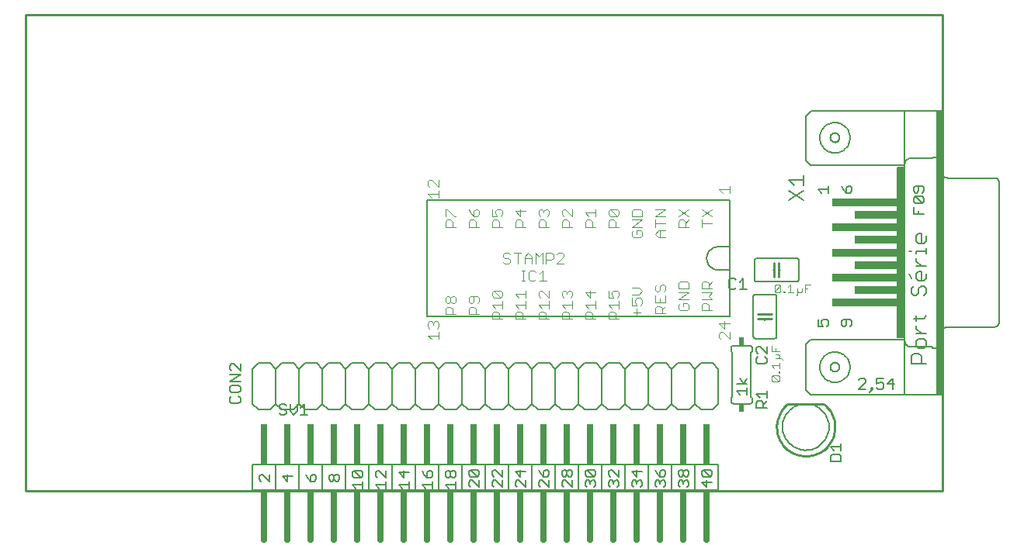
<source format=gbr>
G75*
G70*
%OFA0B0*%
%FSLAX24Y24*%
%IPPOS*%
%LPD*%
%AMOC8*
5,1,8,0,0,1.08239X$1,22.5*
%
%ADD10C,0.0100*%
%ADD11C,0.0000*%
%ADD12C,0.0050*%
%ADD13R,0.0240X0.0340*%
%ADD14R,0.0300X0.7300*%
%ADD15R,0.0200X1.2200*%
%ADD16R,0.2850X0.0320*%
%ADD17R,0.1850X0.0320*%
%ADD18C,0.0060*%
%ADD19C,0.0070*%
%ADD20C,0.0040*%
%ADD21R,0.0260X0.0300*%
%ADD22C,0.0260*%
%ADD23R,0.0260X0.0260*%
%ADD24R,0.0260X0.0320*%
%ADD25R,0.0260X0.0680*%
%ADD26R,0.0260X0.0460*%
D10*
X000151Y002338D02*
X039128Y002338D01*
X039521Y002338D01*
X039521Y022811D01*
X000151Y022811D01*
X000151Y002338D01*
X031601Y009738D02*
X031901Y009738D01*
X032201Y009738D01*
X032201Y009938D02*
X031901Y009938D01*
X031601Y009938D01*
X032301Y011538D02*
X032301Y011838D01*
X032301Y012138D01*
X032501Y012138D02*
X032501Y011838D01*
X032501Y011538D01*
X032901Y006088D02*
X034401Y006088D01*
X034471Y006031D01*
X034537Y005969D01*
X034599Y005903D01*
X034655Y005832D01*
X034707Y005758D01*
X034752Y005679D01*
X034792Y005598D01*
X034826Y005514D01*
X034854Y005428D01*
X034875Y005340D01*
X034890Y005251D01*
X034899Y005161D01*
X034901Y005070D01*
X034896Y004980D01*
X034885Y004890D01*
X034868Y004802D01*
X034844Y004714D01*
X034814Y004629D01*
X034777Y004546D01*
X034735Y004466D01*
X034687Y004389D01*
X034634Y004316D01*
X034576Y004247D01*
X034512Y004182D01*
X034445Y004122D01*
X034373Y004067D01*
X034297Y004018D01*
X034218Y003974D01*
X034136Y003936D01*
X034051Y003904D01*
X033964Y003878D01*
X033876Y003858D01*
X033786Y003845D01*
X033696Y003839D01*
X033606Y003839D01*
X033516Y003845D01*
X033426Y003858D01*
X033338Y003878D01*
X033251Y003904D01*
X033166Y003936D01*
X033084Y003974D01*
X033005Y004018D01*
X032929Y004067D01*
X032857Y004122D01*
X032790Y004182D01*
X032726Y004247D01*
X032668Y004316D01*
X032615Y004389D01*
X032567Y004466D01*
X032525Y004546D01*
X032488Y004629D01*
X032458Y004714D01*
X032434Y004802D01*
X032417Y004890D01*
X032406Y004980D01*
X032401Y005070D01*
X032403Y005161D01*
X032412Y005251D01*
X032427Y005340D01*
X032448Y005428D01*
X032476Y005514D01*
X032510Y005598D01*
X032550Y005679D01*
X032595Y005758D01*
X032647Y005832D01*
X032703Y005903D01*
X032765Y005969D01*
X032831Y006031D01*
X032901Y006088D01*
X039128Y002338D02*
X039151Y002338D01*
D11*
X034701Y007658D02*
X034703Y007686D01*
X034709Y007714D01*
X034719Y007741D01*
X034733Y007766D01*
X034750Y007789D01*
X034770Y007809D01*
X034793Y007826D01*
X034818Y007840D01*
X034845Y007850D01*
X034873Y007856D01*
X034901Y007858D01*
X034929Y007856D01*
X034957Y007850D01*
X034984Y007840D01*
X035009Y007826D01*
X035032Y007809D01*
X035052Y007789D01*
X035069Y007766D01*
X035083Y007741D01*
X035093Y007714D01*
X035099Y007686D01*
X035101Y007658D01*
X035099Y007630D01*
X035093Y007602D01*
X035083Y007575D01*
X035069Y007550D01*
X035052Y007527D01*
X035032Y007507D01*
X035009Y007490D01*
X034984Y007476D01*
X034957Y007466D01*
X034929Y007460D01*
X034901Y007458D01*
X034873Y007460D01*
X034845Y007466D01*
X034818Y007476D01*
X034793Y007490D01*
X034770Y007507D01*
X034750Y007527D01*
X034733Y007550D01*
X034719Y007575D01*
X034709Y007602D01*
X034703Y007630D01*
X034701Y007658D01*
X034701Y017518D02*
X034703Y017546D01*
X034709Y017574D01*
X034719Y017601D01*
X034733Y017626D01*
X034750Y017649D01*
X034770Y017669D01*
X034793Y017686D01*
X034818Y017700D01*
X034845Y017710D01*
X034873Y017716D01*
X034901Y017718D01*
X034929Y017716D01*
X034957Y017710D01*
X034984Y017700D01*
X035009Y017686D01*
X035032Y017669D01*
X035052Y017649D01*
X035069Y017626D01*
X035083Y017601D01*
X035093Y017574D01*
X035099Y017546D01*
X035101Y017518D01*
X035099Y017490D01*
X035093Y017462D01*
X035083Y017435D01*
X035069Y017410D01*
X035052Y017387D01*
X035032Y017367D01*
X035009Y017350D01*
X034984Y017336D01*
X034957Y017326D01*
X034929Y017320D01*
X034901Y017318D01*
X034873Y017320D01*
X034845Y017326D01*
X034818Y017336D01*
X034793Y017350D01*
X034770Y017367D01*
X034750Y017387D01*
X034733Y017410D01*
X034719Y017435D01*
X034709Y017462D01*
X034703Y017490D01*
X034701Y017518D01*
D12*
X034251Y017518D02*
X034254Y017577D01*
X034262Y017636D01*
X034275Y017693D01*
X034294Y017750D01*
X034317Y017804D01*
X034346Y017856D01*
X034379Y017905D01*
X034416Y017951D01*
X034457Y017993D01*
X034502Y018031D01*
X034551Y018066D01*
X034602Y018095D01*
X034656Y018120D01*
X034711Y018140D01*
X034769Y018154D01*
X034827Y018164D01*
X034886Y018168D01*
X034945Y018166D01*
X035004Y018160D01*
X035062Y018148D01*
X035119Y018130D01*
X035173Y018108D01*
X035226Y018081D01*
X035276Y018049D01*
X035323Y018013D01*
X035366Y017972D01*
X035405Y017928D01*
X035440Y017881D01*
X035471Y017830D01*
X035497Y017777D01*
X035518Y017722D01*
X035534Y017665D01*
X035545Y017607D01*
X035550Y017548D01*
X035550Y017488D01*
X035545Y017429D01*
X035534Y017371D01*
X035518Y017314D01*
X035497Y017259D01*
X035471Y017206D01*
X035440Y017155D01*
X035405Y017108D01*
X035366Y017064D01*
X035323Y017023D01*
X035276Y016987D01*
X035226Y016955D01*
X035173Y016928D01*
X035119Y016906D01*
X035062Y016888D01*
X035004Y016876D01*
X034945Y016870D01*
X034886Y016868D01*
X034827Y016872D01*
X034769Y016882D01*
X034711Y016896D01*
X034656Y016916D01*
X034602Y016941D01*
X034551Y016970D01*
X034502Y017005D01*
X034457Y017043D01*
X034416Y017085D01*
X034379Y017131D01*
X034346Y017180D01*
X034317Y017232D01*
X034294Y017286D01*
X034275Y017343D01*
X034262Y017400D01*
X034254Y017459D01*
X034251Y017518D01*
X033651Y018438D02*
X033651Y016538D01*
X033851Y016338D01*
X037901Y016338D01*
X037901Y016238D01*
X037901Y008938D01*
X037901Y008838D01*
X033851Y008838D01*
X033651Y008638D01*
X033651Y006688D01*
X033851Y006488D01*
X037851Y006488D01*
X037901Y006488D01*
X037901Y008488D01*
X037901Y008838D01*
X037901Y008938D02*
X037601Y008938D01*
X037601Y016238D01*
X037901Y016238D01*
X037901Y016338D02*
X037901Y016688D01*
X037901Y018688D01*
X037851Y018688D01*
X033901Y018688D01*
X033651Y018438D01*
X037901Y018688D02*
X039101Y018688D01*
X039301Y018688D01*
X039301Y017688D01*
X039301Y016688D01*
X039301Y008488D01*
X039101Y008488D01*
X039101Y008538D01*
X038151Y008538D01*
X038121Y008540D01*
X038091Y008545D01*
X038062Y008554D01*
X038035Y008567D01*
X038009Y008582D01*
X037985Y008601D01*
X037964Y008622D01*
X037945Y008646D01*
X037930Y008672D01*
X037917Y008699D01*
X037908Y008728D01*
X037903Y008758D01*
X037901Y008788D01*
X039301Y008488D02*
X039301Y007488D01*
X039301Y006488D01*
X039101Y006488D01*
X037901Y006488D01*
X037379Y006713D02*
X037379Y007164D01*
X037154Y006938D01*
X037454Y006938D01*
X036994Y006938D02*
X036994Y006788D01*
X036919Y006713D01*
X036768Y006713D01*
X036693Y006788D01*
X036693Y006938D02*
X036844Y007014D01*
X036919Y007014D01*
X036994Y006938D01*
X036994Y007164D02*
X036693Y007164D01*
X036693Y006938D01*
X036537Y006788D02*
X036462Y006788D01*
X036462Y006713D01*
X036537Y006713D01*
X036537Y006788D01*
X036537Y006713D02*
X036387Y006563D01*
X036226Y006713D02*
X035926Y006713D01*
X036226Y007014D01*
X036226Y007089D01*
X036151Y007164D01*
X036001Y007164D01*
X035926Y007089D01*
X034251Y007658D02*
X034254Y007717D01*
X034262Y007776D01*
X034275Y007833D01*
X034294Y007890D01*
X034317Y007944D01*
X034346Y007996D01*
X034379Y008045D01*
X034416Y008091D01*
X034457Y008133D01*
X034502Y008171D01*
X034551Y008206D01*
X034602Y008235D01*
X034656Y008260D01*
X034711Y008280D01*
X034769Y008294D01*
X034827Y008304D01*
X034886Y008308D01*
X034945Y008306D01*
X035004Y008300D01*
X035062Y008288D01*
X035119Y008270D01*
X035173Y008248D01*
X035226Y008221D01*
X035276Y008189D01*
X035323Y008153D01*
X035366Y008112D01*
X035405Y008068D01*
X035440Y008021D01*
X035471Y007970D01*
X035497Y007917D01*
X035518Y007862D01*
X035534Y007805D01*
X035545Y007747D01*
X035550Y007688D01*
X035550Y007628D01*
X035545Y007569D01*
X035534Y007511D01*
X035518Y007454D01*
X035497Y007399D01*
X035471Y007346D01*
X035440Y007295D01*
X035405Y007248D01*
X035366Y007204D01*
X035323Y007163D01*
X035276Y007127D01*
X035226Y007095D01*
X035173Y007068D01*
X035119Y007046D01*
X035062Y007028D01*
X035004Y007016D01*
X034945Y007010D01*
X034886Y007008D01*
X034827Y007012D01*
X034769Y007022D01*
X034711Y007036D01*
X034656Y007056D01*
X034602Y007081D01*
X034551Y007110D01*
X034502Y007145D01*
X034457Y007183D01*
X034416Y007225D01*
X034379Y007271D01*
X034346Y007320D01*
X034317Y007372D01*
X034294Y007426D01*
X034275Y007483D01*
X034262Y007540D01*
X034254Y007599D01*
X034251Y007658D01*
X032301Y008888D02*
X031501Y008888D01*
X031481Y008890D01*
X031463Y008896D01*
X031445Y008905D01*
X031430Y008917D01*
X031418Y008932D01*
X031409Y008950D01*
X031403Y008968D01*
X031401Y008988D01*
X031401Y010688D01*
X031403Y010708D01*
X031409Y010726D01*
X031418Y010744D01*
X031430Y010759D01*
X031445Y010771D01*
X031463Y010780D01*
X031481Y010786D01*
X031501Y010788D01*
X032301Y010788D01*
X032321Y010786D01*
X032339Y010780D01*
X032357Y010771D01*
X032372Y010759D01*
X032384Y010744D01*
X032393Y010726D01*
X032399Y010708D01*
X032401Y010688D01*
X032401Y008988D01*
X032399Y008968D01*
X032393Y008950D01*
X032384Y008932D01*
X032372Y008917D01*
X032357Y008905D01*
X032339Y008896D01*
X032321Y008890D01*
X032301Y008888D01*
X031976Y008553D02*
X031976Y008253D01*
X031676Y008553D01*
X031601Y008553D01*
X031526Y008478D01*
X031526Y008328D01*
X031601Y008253D01*
X031601Y008093D02*
X031526Y008018D01*
X031526Y007868D01*
X031601Y007793D01*
X031901Y007793D01*
X031976Y007868D01*
X031976Y008018D01*
X031901Y008093D01*
X031351Y008338D02*
X031351Y008488D01*
X031349Y008508D01*
X031343Y008526D01*
X031334Y008544D01*
X031322Y008559D01*
X031307Y008571D01*
X031289Y008580D01*
X031271Y008586D01*
X031251Y008588D01*
X030551Y008588D01*
X030531Y008586D01*
X030513Y008580D01*
X030495Y008571D01*
X030480Y008559D01*
X030468Y008544D01*
X030459Y008526D01*
X030453Y008508D01*
X030451Y008488D01*
X030451Y008338D01*
X030501Y008288D01*
X030501Y006388D01*
X030451Y006338D01*
X030451Y006188D01*
X030453Y006168D01*
X030459Y006150D01*
X030468Y006132D01*
X030480Y006117D01*
X030495Y006105D01*
X030513Y006096D01*
X030531Y006090D01*
X030551Y006088D01*
X031251Y006088D01*
X031271Y006090D01*
X031289Y006096D01*
X031307Y006105D01*
X031322Y006117D01*
X031334Y006132D01*
X031343Y006150D01*
X031349Y006168D01*
X031351Y006188D01*
X031351Y006338D01*
X031301Y006388D01*
X031301Y008288D01*
X031351Y008338D01*
X029901Y007588D02*
X029901Y006088D01*
X029651Y005838D01*
X029151Y005838D01*
X028901Y006088D01*
X028901Y007588D01*
X029151Y007838D01*
X029651Y007838D01*
X029901Y007588D01*
X030826Y007159D02*
X030976Y006934D01*
X031126Y007159D01*
X031126Y006934D02*
X030676Y006934D01*
X031126Y006774D02*
X031126Y006473D01*
X031126Y006623D02*
X030676Y006623D01*
X030826Y006473D01*
X031526Y006503D02*
X031976Y006503D01*
X031976Y006353D02*
X031976Y006653D01*
X031676Y006353D02*
X031526Y006503D01*
X031601Y006193D02*
X031526Y006118D01*
X031526Y005893D01*
X031976Y005893D01*
X031826Y005893D02*
X031826Y006118D01*
X031751Y006193D01*
X031601Y006193D01*
X031826Y006043D02*
X031976Y006193D01*
X032651Y005088D02*
X032655Y005179D01*
X032668Y005269D01*
X032688Y005358D01*
X032717Y005444D01*
X032753Y005528D01*
X032797Y005608D01*
X032847Y005683D01*
X032905Y005754D01*
X032968Y005819D01*
X033038Y005878D01*
X033112Y005930D01*
X033191Y005976D01*
X033274Y006014D01*
X033359Y006045D01*
X033448Y006067D01*
X033537Y006082D01*
X033628Y006088D01*
X033719Y006086D01*
X033810Y006075D01*
X033899Y006057D01*
X033986Y006030D01*
X034070Y005996D01*
X034151Y005954D01*
X034228Y005905D01*
X034300Y005849D01*
X034366Y005787D01*
X034427Y005719D01*
X034481Y005646D01*
X034528Y005568D01*
X034568Y005486D01*
X034601Y005401D01*
X034625Y005314D01*
X034642Y005224D01*
X034650Y005134D01*
X034650Y005042D01*
X034642Y004952D01*
X034625Y004862D01*
X034601Y004775D01*
X034568Y004690D01*
X034528Y004608D01*
X034481Y004530D01*
X034427Y004457D01*
X034366Y004389D01*
X034300Y004327D01*
X034228Y004271D01*
X034151Y004222D01*
X034070Y004180D01*
X033986Y004146D01*
X033899Y004119D01*
X033810Y004101D01*
X033719Y004090D01*
X033628Y004088D01*
X033537Y004094D01*
X033448Y004109D01*
X033359Y004131D01*
X033274Y004162D01*
X033191Y004200D01*
X033112Y004246D01*
X033038Y004298D01*
X032968Y004357D01*
X032905Y004422D01*
X032847Y004493D01*
X032797Y004568D01*
X032753Y004648D01*
X032717Y004732D01*
X032688Y004818D01*
X032668Y004907D01*
X032655Y004997D01*
X032651Y005088D01*
X034716Y004224D02*
X034866Y004074D01*
X034791Y003914D02*
X034716Y003838D01*
X034716Y003613D01*
X035166Y003613D01*
X035166Y003838D01*
X035091Y003914D01*
X034791Y003914D01*
X034716Y004224D02*
X035166Y004224D01*
X035166Y004074D02*
X035166Y004374D01*
X039301Y006488D02*
X039501Y006488D01*
X039501Y009538D01*
X039501Y015638D01*
X039501Y018688D01*
X039301Y018688D01*
X039301Y016688D02*
X039101Y016688D01*
X039101Y016638D01*
X038151Y016638D01*
X038121Y016636D01*
X038091Y016631D01*
X038062Y016622D01*
X038035Y016609D01*
X038009Y016594D01*
X037985Y016575D01*
X037964Y016554D01*
X037945Y016530D01*
X037930Y016504D01*
X037917Y016477D01*
X037908Y016448D01*
X037903Y016418D01*
X037901Y016388D01*
X038351Y015453D02*
X038276Y015378D01*
X038276Y015228D01*
X038351Y015153D01*
X038426Y015153D01*
X038501Y015228D01*
X038501Y015453D01*
X038651Y015453D02*
X038351Y015453D01*
X038651Y015453D02*
X038726Y015378D01*
X038726Y015228D01*
X038651Y015153D01*
X038651Y014993D02*
X038726Y014918D01*
X038726Y014768D01*
X038651Y014692D01*
X038351Y014993D01*
X038651Y014993D01*
X038351Y014993D02*
X038276Y014918D01*
X038276Y014768D01*
X038351Y014692D01*
X038651Y014692D01*
X038501Y014382D02*
X038501Y014232D01*
X038276Y014232D02*
X038276Y014532D01*
X038276Y014232D02*
X038726Y014232D01*
X039751Y015788D02*
X041751Y015788D01*
X041777Y015786D01*
X041803Y015781D01*
X041828Y015773D01*
X041851Y015761D01*
X041873Y015747D01*
X041892Y015729D01*
X041910Y015710D01*
X041924Y015688D01*
X041936Y015665D01*
X041944Y015640D01*
X041949Y015614D01*
X041951Y015588D01*
X041951Y015488D01*
X041951Y009688D01*
X041951Y009588D01*
X041949Y009562D01*
X041944Y009536D01*
X041936Y009511D01*
X041924Y009488D01*
X041910Y009466D01*
X041892Y009447D01*
X041873Y009429D01*
X041851Y009415D01*
X041828Y009403D01*
X041803Y009395D01*
X041777Y009390D01*
X041751Y009388D01*
X039751Y009388D01*
X039721Y009386D01*
X039691Y009381D01*
X039662Y009372D01*
X039635Y009359D01*
X039609Y009344D01*
X039585Y009325D01*
X039564Y009304D01*
X039545Y009280D01*
X039530Y009254D01*
X039517Y009227D01*
X039508Y009198D01*
X039503Y009168D01*
X039501Y009138D01*
X035626Y009478D02*
X035551Y009403D01*
X035626Y009478D02*
X035626Y009628D01*
X035551Y009703D01*
X035251Y009703D01*
X035176Y009628D01*
X035176Y009478D01*
X035251Y009403D01*
X035326Y009403D01*
X035401Y009478D01*
X035401Y009703D01*
X034626Y009628D02*
X034626Y009478D01*
X034551Y009403D01*
X034401Y009403D02*
X034326Y009553D01*
X034326Y009628D01*
X034401Y009703D01*
X034551Y009703D01*
X034626Y009628D01*
X034401Y009403D02*
X034176Y009403D01*
X034176Y009703D01*
X031901Y009688D02*
X031901Y009738D01*
X031901Y009938D02*
X031901Y009988D01*
X030401Y009838D02*
X030401Y011838D01*
X029901Y011838D01*
X030401Y011838D02*
X030401Y012838D01*
X029901Y012838D01*
X030401Y012838D02*
X030401Y014838D01*
X017401Y014838D01*
X017401Y009838D01*
X030401Y009838D01*
X030430Y011013D02*
X030581Y011013D01*
X030656Y011088D01*
X030816Y011013D02*
X031116Y011013D01*
X030966Y011013D02*
X030966Y011464D01*
X030816Y011314D01*
X030656Y011389D02*
X030581Y011464D01*
X030430Y011464D01*
X030355Y011389D01*
X030355Y011088D01*
X030430Y011013D01*
X031451Y011438D02*
X031451Y012238D01*
X031453Y012258D01*
X031459Y012276D01*
X031468Y012294D01*
X031480Y012309D01*
X031495Y012321D01*
X031513Y012330D01*
X031531Y012336D01*
X031551Y012338D01*
X033251Y012338D01*
X033271Y012336D01*
X033289Y012330D01*
X033307Y012321D01*
X033322Y012309D01*
X033334Y012294D01*
X033343Y012276D01*
X033349Y012258D01*
X033351Y012238D01*
X033351Y011438D01*
X033349Y011418D01*
X033343Y011400D01*
X033334Y011382D01*
X033322Y011367D01*
X033307Y011355D01*
X033289Y011346D01*
X033271Y011340D01*
X033251Y011338D01*
X031551Y011338D01*
X031531Y011340D01*
X031513Y011346D01*
X031495Y011355D01*
X031480Y011367D01*
X031468Y011382D01*
X031459Y011400D01*
X031453Y011418D01*
X031451Y011438D01*
X032251Y011838D02*
X032301Y011838D01*
X032501Y011838D02*
X032551Y011838D01*
X029901Y011838D02*
X029857Y011840D01*
X029814Y011846D01*
X029772Y011855D01*
X029730Y011868D01*
X029690Y011885D01*
X029651Y011905D01*
X029614Y011928D01*
X029580Y011955D01*
X029547Y011984D01*
X029518Y012017D01*
X029491Y012051D01*
X029468Y012088D01*
X029448Y012127D01*
X029431Y012167D01*
X029418Y012209D01*
X029409Y012251D01*
X029403Y012294D01*
X029401Y012338D01*
X029403Y012382D01*
X029409Y012425D01*
X029418Y012467D01*
X029431Y012509D01*
X029448Y012549D01*
X029468Y012588D01*
X029491Y012625D01*
X029518Y012659D01*
X029547Y012692D01*
X029580Y012721D01*
X029614Y012748D01*
X029651Y012771D01*
X029690Y012791D01*
X029730Y012808D01*
X029772Y012821D01*
X029814Y012830D01*
X029857Y012836D01*
X029901Y012838D01*
X034176Y015303D02*
X034326Y015153D01*
X034176Y015303D02*
X034626Y015303D01*
X034626Y015153D02*
X034626Y015453D01*
X035176Y015453D02*
X035251Y015303D01*
X035401Y015153D01*
X035401Y015378D01*
X035476Y015453D01*
X035551Y015453D01*
X035626Y015378D01*
X035626Y015228D01*
X035551Y015153D01*
X035401Y015153D01*
X039501Y016038D02*
X039503Y016008D01*
X039508Y015978D01*
X039517Y015949D01*
X039530Y015922D01*
X039545Y015896D01*
X039564Y015872D01*
X039585Y015851D01*
X039609Y015832D01*
X039635Y015817D01*
X039662Y015804D01*
X039691Y015795D01*
X039721Y015790D01*
X039751Y015788D01*
X028901Y007588D02*
X028651Y007838D01*
X028151Y007838D01*
X027901Y007588D01*
X027901Y006088D01*
X027651Y005838D01*
X027151Y005838D01*
X026901Y006088D01*
X026901Y007588D01*
X027151Y007838D01*
X027651Y007838D01*
X027901Y007588D01*
X026901Y007588D02*
X026651Y007838D01*
X026151Y007838D01*
X025901Y007588D01*
X025901Y006088D01*
X025651Y005838D01*
X025151Y005838D01*
X024901Y006088D01*
X024901Y007588D01*
X025151Y007838D01*
X025651Y007838D01*
X025901Y007588D01*
X024901Y007588D02*
X024651Y007838D01*
X024151Y007838D01*
X023901Y007588D01*
X023901Y006088D01*
X023651Y005838D01*
X023151Y005838D01*
X022901Y006088D01*
X022901Y007588D01*
X023151Y007838D01*
X023651Y007838D01*
X023901Y007588D01*
X022901Y007588D02*
X022651Y007838D01*
X022151Y007838D01*
X021901Y007588D01*
X021901Y006088D01*
X021651Y005838D01*
X021151Y005838D01*
X020901Y006088D01*
X020901Y007588D01*
X021151Y007838D01*
X021651Y007838D01*
X021901Y007588D01*
X020901Y007588D02*
X020651Y007838D01*
X020151Y007838D01*
X019901Y007588D01*
X019901Y006088D01*
X019651Y005838D01*
X019151Y005838D01*
X018901Y006088D01*
X018901Y007588D01*
X019151Y007838D01*
X019651Y007838D01*
X019901Y007588D01*
X018901Y007588D02*
X018651Y007838D01*
X018151Y007838D01*
X017901Y007588D01*
X017901Y006088D01*
X017651Y005838D01*
X017151Y005838D01*
X016901Y006088D01*
X016901Y007588D01*
X017151Y007838D01*
X017651Y007838D01*
X017901Y007588D01*
X016901Y007588D02*
X016651Y007838D01*
X016151Y007838D01*
X015901Y007588D01*
X015901Y006088D01*
X016151Y005838D01*
X016651Y005838D01*
X016901Y006088D01*
X017901Y006088D02*
X018151Y005838D01*
X018651Y005838D01*
X018901Y006088D01*
X019901Y006088D02*
X020151Y005838D01*
X020651Y005838D01*
X020901Y006088D01*
X021901Y006088D02*
X022151Y005838D01*
X022651Y005838D01*
X022901Y006088D01*
X023901Y006088D02*
X024151Y005838D01*
X024651Y005838D01*
X024901Y006088D01*
X025901Y006088D02*
X026151Y005838D01*
X026651Y005838D01*
X026901Y006088D01*
X027901Y006088D02*
X028151Y005838D01*
X028651Y005838D01*
X028901Y006088D01*
X028901Y003488D02*
X027901Y003488D01*
X026901Y003488D01*
X025901Y003488D01*
X024901Y003488D01*
X024901Y002388D01*
X023901Y002388D01*
X022901Y002388D01*
X021901Y002388D01*
X020901Y002388D01*
X019901Y002388D01*
X018901Y002388D01*
X017901Y002388D01*
X016901Y002388D01*
X015901Y002388D01*
X014901Y002388D01*
X013901Y002388D01*
X012901Y002388D01*
X011901Y002388D01*
X010901Y002388D01*
X009901Y002388D01*
X009901Y003488D01*
X010901Y003488D01*
X011901Y003488D01*
X011901Y002388D01*
X011401Y002753D02*
X011401Y003053D01*
X011176Y002978D02*
X011401Y002753D01*
X011626Y002978D02*
X011176Y002978D01*
X010626Y003053D02*
X010626Y002753D01*
X010326Y003053D01*
X010251Y003053D01*
X010176Y002978D01*
X010176Y002828D01*
X010251Y002753D01*
X010901Y002388D02*
X010901Y003488D01*
X011901Y003488D02*
X012901Y003488D01*
X012901Y002388D01*
X012551Y002753D02*
X012626Y002828D01*
X012626Y002978D01*
X012551Y003053D01*
X012476Y003053D01*
X012401Y002978D01*
X012401Y002753D01*
X012551Y002753D01*
X012401Y002753D02*
X012251Y002903D01*
X012176Y003053D01*
X012901Y003488D02*
X013901Y003488D01*
X013901Y002388D01*
X014176Y002593D02*
X014626Y002593D01*
X014626Y002443D02*
X014626Y002743D01*
X014551Y002903D02*
X014251Y002903D01*
X014176Y002978D01*
X014176Y003128D01*
X014251Y003203D01*
X014551Y002903D01*
X014626Y002978D01*
X014626Y003128D01*
X014551Y003203D01*
X014251Y003203D01*
X013626Y002978D02*
X013626Y002828D01*
X013551Y002753D01*
X013476Y002753D01*
X013401Y002828D01*
X013401Y002978D01*
X013476Y003053D01*
X013551Y003053D01*
X013626Y002978D01*
X013401Y002978D02*
X013326Y003053D01*
X013251Y003053D01*
X013176Y002978D01*
X013176Y002828D01*
X013251Y002753D01*
X013326Y002753D01*
X013401Y002828D01*
X014176Y002593D02*
X014326Y002443D01*
X014901Y002388D02*
X014901Y003488D01*
X013901Y003488D01*
X014901Y003488D02*
X015901Y003488D01*
X016901Y003488D01*
X016901Y002388D01*
X016626Y002443D02*
X016626Y002743D01*
X016626Y002593D02*
X016176Y002593D01*
X016326Y002443D01*
X015901Y002388D02*
X015901Y003488D01*
X015626Y003203D02*
X015626Y002903D01*
X015326Y003203D01*
X015251Y003203D01*
X015176Y003128D01*
X015176Y002978D01*
X015251Y002903D01*
X015176Y002593D02*
X015626Y002593D01*
X015626Y002443D02*
X015626Y002743D01*
X015326Y002443D02*
X015176Y002593D01*
X016176Y003128D02*
X016401Y002903D01*
X016401Y003203D01*
X016626Y003128D02*
X016176Y003128D01*
X016901Y003488D02*
X017901Y003488D01*
X017901Y002388D01*
X017626Y002443D02*
X017626Y002743D01*
X017626Y002593D02*
X017176Y002593D01*
X017326Y002443D01*
X017401Y002903D02*
X017401Y003128D01*
X017476Y003203D01*
X017551Y003203D01*
X017626Y003128D01*
X017626Y002978D01*
X017551Y002903D01*
X017401Y002903D01*
X017251Y003053D01*
X017176Y003203D01*
X017901Y003488D02*
X018901Y003488D01*
X018901Y002388D01*
X018626Y002443D02*
X018626Y002743D01*
X018626Y002593D02*
X018176Y002593D01*
X018326Y002443D01*
X018326Y002903D02*
X018251Y002903D01*
X018176Y002978D01*
X018176Y003128D01*
X018251Y003203D01*
X018326Y003203D01*
X018401Y003128D01*
X018401Y002978D01*
X018326Y002903D01*
X018401Y002978D02*
X018476Y002903D01*
X018551Y002903D01*
X018626Y002978D01*
X018626Y003128D01*
X018551Y003203D01*
X018476Y003203D01*
X018401Y003128D01*
X018901Y003488D02*
X019901Y003488D01*
X019901Y002388D01*
X019626Y002493D02*
X019326Y002793D01*
X019251Y002793D01*
X019176Y002718D01*
X019176Y002568D01*
X019251Y002493D01*
X019626Y002493D02*
X019626Y002793D01*
X019551Y002953D02*
X019251Y003253D01*
X019551Y003253D01*
X019626Y003178D01*
X019626Y003028D01*
X019551Y002953D01*
X019251Y002953D01*
X019176Y003028D01*
X019176Y003178D01*
X019251Y003253D01*
X019901Y003488D02*
X020901Y003488D01*
X021901Y003488D01*
X021901Y002388D01*
X021626Y002493D02*
X021326Y002793D01*
X021251Y002793D01*
X021176Y002718D01*
X021176Y002568D01*
X021251Y002493D01*
X020901Y002388D02*
X020901Y003488D01*
X020626Y003253D02*
X020626Y002953D01*
X020326Y003253D01*
X020251Y003253D01*
X020176Y003178D01*
X020176Y003028D01*
X020251Y002953D01*
X020251Y002793D02*
X020176Y002718D01*
X020176Y002568D01*
X020251Y002493D01*
X020326Y002793D02*
X020626Y002493D01*
X020626Y002793D01*
X020326Y002793D02*
X020251Y002793D01*
X021176Y003178D02*
X021401Y002953D01*
X021401Y003253D01*
X021626Y003178D02*
X021176Y003178D01*
X021626Y002793D02*
X021626Y002493D01*
X022176Y002568D02*
X022251Y002493D01*
X022176Y002568D02*
X022176Y002718D01*
X022251Y002793D01*
X022326Y002793D01*
X022626Y002493D01*
X022626Y002793D01*
X022551Y002953D02*
X022626Y003028D01*
X022626Y003178D01*
X022551Y003253D01*
X022476Y003253D01*
X022401Y003178D01*
X022401Y002953D01*
X022551Y002953D01*
X022401Y002953D02*
X022251Y003103D01*
X022176Y003253D01*
X021901Y003488D02*
X022901Y003488D01*
X022901Y002388D01*
X023176Y002568D02*
X023251Y002493D01*
X023176Y002568D02*
X023176Y002718D01*
X023251Y002793D01*
X023326Y002793D01*
X023626Y002493D01*
X023626Y002793D01*
X023551Y002953D02*
X023626Y003028D01*
X023626Y003178D01*
X023551Y003253D01*
X023476Y003253D01*
X023401Y003178D01*
X023401Y003028D01*
X023326Y002953D01*
X023251Y002953D01*
X023176Y003028D01*
X023176Y003178D01*
X023251Y003253D01*
X023326Y003253D01*
X023401Y003178D01*
X023401Y003028D02*
X023476Y002953D01*
X023551Y002953D01*
X024176Y003028D02*
X024251Y002953D01*
X024551Y002953D01*
X024251Y003253D01*
X024551Y003253D01*
X024626Y003178D01*
X024626Y003028D01*
X024551Y002953D01*
X024551Y002793D02*
X024626Y002718D01*
X024626Y002568D01*
X024551Y002493D01*
X024401Y002643D02*
X024401Y002718D01*
X024476Y002793D01*
X024551Y002793D01*
X024401Y002718D02*
X024326Y002793D01*
X024251Y002793D01*
X024176Y002718D01*
X024176Y002568D01*
X024251Y002493D01*
X023901Y002388D02*
X023901Y003488D01*
X022901Y003488D01*
X023901Y003488D02*
X024901Y003488D01*
X025176Y003178D02*
X025251Y003253D01*
X025326Y003253D01*
X025626Y002953D01*
X025626Y003253D01*
X025901Y003488D02*
X025901Y002388D01*
X026901Y002388D01*
X026901Y003488D01*
X027176Y003253D02*
X027251Y003103D01*
X027401Y002953D01*
X027401Y003178D01*
X027476Y003253D01*
X027551Y003253D01*
X027626Y003178D01*
X027626Y003028D01*
X027551Y002953D01*
X027401Y002953D01*
X027476Y002793D02*
X027551Y002793D01*
X027626Y002718D01*
X027626Y002568D01*
X027551Y002493D01*
X027401Y002643D02*
X027401Y002718D01*
X027476Y002793D01*
X027401Y002718D02*
X027326Y002793D01*
X027251Y002793D01*
X027176Y002718D01*
X027176Y002568D01*
X027251Y002493D01*
X026901Y002388D02*
X027901Y002388D01*
X028901Y002388D01*
X029901Y002388D01*
X029901Y003488D01*
X028901Y003488D01*
X028901Y002388D01*
X028626Y002568D02*
X028551Y002493D01*
X028626Y002568D02*
X028626Y002718D01*
X028551Y002793D01*
X028476Y002793D01*
X028401Y002718D01*
X028401Y002643D01*
X028401Y002718D02*
X028326Y002793D01*
X028251Y002793D01*
X028176Y002718D01*
X028176Y002568D01*
X028251Y002493D01*
X027901Y002388D02*
X027901Y003488D01*
X028176Y003178D02*
X028251Y003253D01*
X028326Y003253D01*
X028401Y003178D01*
X028401Y003028D01*
X028326Y002953D01*
X028251Y002953D01*
X028176Y003028D01*
X028176Y003178D01*
X028401Y003178D02*
X028476Y003253D01*
X028551Y003253D01*
X028626Y003178D01*
X028626Y003028D01*
X028551Y002953D01*
X028476Y002953D01*
X028401Y003028D01*
X029176Y003028D02*
X029251Y002953D01*
X029551Y002953D01*
X029251Y003253D01*
X029551Y003253D01*
X029626Y003178D01*
X029626Y003028D01*
X029551Y002953D01*
X029401Y002793D02*
X029401Y002493D01*
X029176Y002718D01*
X029626Y002718D01*
X029176Y003028D02*
X029176Y003178D01*
X029251Y003253D01*
X026626Y003178D02*
X026176Y003178D01*
X026401Y002953D01*
X026401Y003253D01*
X026476Y002793D02*
X026551Y002793D01*
X026626Y002718D01*
X026626Y002568D01*
X026551Y002493D01*
X026401Y002643D02*
X026401Y002718D01*
X026476Y002793D01*
X026401Y002718D02*
X026326Y002793D01*
X026251Y002793D01*
X026176Y002718D01*
X026176Y002568D01*
X026251Y002493D01*
X025901Y002388D02*
X024901Y002388D01*
X025176Y002568D02*
X025176Y002718D01*
X025251Y002793D01*
X025326Y002793D01*
X025401Y002718D01*
X025476Y002793D01*
X025551Y002793D01*
X025626Y002718D01*
X025626Y002568D01*
X025551Y002493D01*
X025401Y002643D02*
X025401Y002718D01*
X025251Y002493D02*
X025176Y002568D01*
X025251Y002953D02*
X025176Y003028D01*
X025176Y003178D01*
X024251Y003253D02*
X024176Y003178D01*
X024176Y003028D01*
X015901Y006088D02*
X015651Y005838D01*
X015151Y005838D01*
X014901Y006088D01*
X014901Y007588D01*
X015151Y007838D01*
X015651Y007838D01*
X015901Y007588D01*
X014901Y007588D02*
X014651Y007838D01*
X014151Y007838D01*
X013901Y007588D01*
X013901Y006088D01*
X014151Y005838D01*
X014651Y005838D01*
X014901Y006088D01*
X013901Y006088D02*
X013651Y005838D01*
X013151Y005838D01*
X012901Y006088D01*
X012901Y007588D01*
X013151Y007838D01*
X013651Y007838D01*
X013901Y007588D01*
X012901Y007588D02*
X012651Y007838D01*
X012151Y007838D01*
X011901Y007588D01*
X011901Y006088D01*
X012151Y005838D01*
X012651Y005838D01*
X012901Y006088D01*
X012116Y006064D02*
X012116Y005613D01*
X011966Y005613D02*
X012266Y005613D01*
X011966Y005914D02*
X012116Y006064D01*
X011901Y006088D02*
X011651Y005838D01*
X011151Y005838D01*
X010901Y006088D01*
X010901Y007588D01*
X011151Y007838D01*
X011651Y007838D01*
X011901Y007588D01*
X010901Y007588D02*
X010651Y007838D01*
X010151Y007838D01*
X009901Y007588D01*
X009901Y006088D01*
X010151Y005838D01*
X010651Y005838D01*
X010901Y006088D01*
X011045Y005989D02*
X011045Y005914D01*
X011120Y005838D01*
X011270Y005838D01*
X011345Y005763D01*
X011345Y005688D01*
X011270Y005613D01*
X011120Y005613D01*
X011045Y005688D01*
X011505Y005763D02*
X011656Y005613D01*
X011806Y005763D01*
X011806Y006064D01*
X011505Y006064D02*
X011505Y005763D01*
X011345Y005989D02*
X011270Y006064D01*
X011120Y006064D01*
X011045Y005989D01*
X009376Y006188D02*
X009376Y006338D01*
X009301Y006414D01*
X009301Y006574D02*
X009001Y006574D01*
X008926Y006649D01*
X008926Y006799D01*
X009001Y006874D01*
X009301Y006874D01*
X009376Y006799D01*
X009376Y006649D01*
X009301Y006574D01*
X009001Y006414D02*
X008926Y006338D01*
X008926Y006188D01*
X009001Y006113D01*
X009301Y006113D01*
X009376Y006188D01*
X009376Y007034D02*
X008926Y007034D01*
X009376Y007334D01*
X008926Y007334D01*
X009001Y007494D02*
X008926Y007569D01*
X008926Y007719D01*
X009001Y007795D01*
X009076Y007795D01*
X009376Y007494D01*
X009376Y007795D01*
D13*
X030901Y008758D03*
X030901Y005918D03*
D14*
X037751Y012588D03*
D15*
X039401Y012588D03*
D16*
X036176Y012588D03*
X036176Y011508D03*
X036176Y010428D03*
X036176Y013668D03*
X036176Y014748D03*
D17*
X036676Y014208D03*
X036676Y013128D03*
X036676Y012048D03*
X036676Y010968D03*
D18*
X034704Y007659D02*
X034706Y007687D01*
X034712Y007715D01*
X034722Y007741D01*
X034735Y007766D01*
X034752Y007788D01*
X034772Y007808D01*
X034794Y007825D01*
X034819Y007838D01*
X034845Y007848D01*
X034873Y007854D01*
X034901Y007856D01*
X034929Y007854D01*
X034957Y007848D01*
X034983Y007838D01*
X035008Y007825D01*
X035030Y007808D01*
X035050Y007788D01*
X035067Y007766D01*
X035080Y007741D01*
X035090Y007715D01*
X035096Y007687D01*
X035098Y007659D01*
X035096Y007631D01*
X035090Y007603D01*
X035080Y007577D01*
X035067Y007552D01*
X035050Y007530D01*
X035030Y007510D01*
X035008Y007493D01*
X034983Y007480D01*
X034957Y007470D01*
X034929Y007464D01*
X034901Y007462D01*
X034873Y007464D01*
X034845Y007470D01*
X034819Y007480D01*
X034794Y007493D01*
X034772Y007510D01*
X034752Y007530D01*
X034735Y007552D01*
X034722Y007577D01*
X034712Y007603D01*
X034706Y007631D01*
X034704Y007659D01*
X034703Y017526D02*
X034705Y017554D01*
X034711Y017582D01*
X034721Y017608D01*
X034734Y017633D01*
X034751Y017656D01*
X034771Y017676D01*
X034794Y017693D01*
X034819Y017706D01*
X034845Y017716D01*
X034873Y017722D01*
X034901Y017724D01*
X034929Y017722D01*
X034957Y017716D01*
X034983Y017706D01*
X035008Y017693D01*
X035031Y017676D01*
X035051Y017656D01*
X035068Y017633D01*
X035081Y017608D01*
X035091Y017582D01*
X035097Y017554D01*
X035099Y017526D01*
X035097Y017498D01*
X035091Y017470D01*
X035081Y017444D01*
X035068Y017419D01*
X035051Y017396D01*
X035031Y017376D01*
X035008Y017359D01*
X034983Y017346D01*
X034957Y017336D01*
X034929Y017330D01*
X034901Y017328D01*
X034873Y017330D01*
X034845Y017336D01*
X034819Y017346D01*
X034794Y017359D01*
X034771Y017376D01*
X034751Y017396D01*
X034734Y017419D01*
X034721Y017444D01*
X034711Y017470D01*
X034705Y017498D01*
X034703Y017526D01*
D19*
X033566Y015899D02*
X033566Y015479D01*
X033566Y015689D02*
X032936Y015689D01*
X033146Y015479D01*
X032936Y015255D02*
X033566Y014834D01*
X033566Y015255D02*
X032936Y014834D01*
X038081Y012654D02*
X038186Y012654D01*
X038396Y012654D02*
X038396Y012549D01*
X038396Y012654D02*
X038816Y012654D01*
X038816Y012549D02*
X038816Y012759D01*
X038711Y012979D02*
X038501Y012979D01*
X038396Y013084D01*
X038396Y013294D01*
X038501Y013399D01*
X038606Y013399D01*
X038606Y012979D01*
X038711Y012979D02*
X038816Y013084D01*
X038816Y013294D01*
X038396Y012327D02*
X038396Y012222D01*
X038606Y012012D01*
X038816Y012012D02*
X038396Y012012D01*
X038501Y011788D02*
X038606Y011788D01*
X038606Y011367D01*
X038501Y011367D02*
X038396Y011472D01*
X038396Y011682D01*
X038501Y011788D01*
X038816Y011682D02*
X038816Y011472D01*
X038711Y011367D01*
X038501Y011367D01*
X038606Y011143D02*
X038711Y011143D01*
X038816Y011038D01*
X038816Y010828D01*
X038711Y010723D01*
X038501Y010828D02*
X038501Y011038D01*
X038606Y011143D01*
X038291Y011143D02*
X038186Y011038D01*
X038186Y010828D01*
X038291Y010723D01*
X038396Y010723D01*
X038501Y010828D01*
X038186Y011472D02*
X038081Y011682D01*
X038396Y009859D02*
X038396Y009648D01*
X038291Y009754D02*
X038711Y009754D01*
X038816Y009859D01*
X038396Y009427D02*
X038396Y009322D01*
X038606Y009111D01*
X038816Y009111D02*
X038396Y009111D01*
X038501Y008887D02*
X038396Y008782D01*
X038396Y008572D01*
X038501Y008467D01*
X038711Y008467D01*
X038816Y008572D01*
X038816Y008782D01*
X038711Y008887D01*
X038501Y008887D01*
X038501Y008243D02*
X038606Y008138D01*
X038606Y007822D01*
X038816Y007822D02*
X038186Y007822D01*
X038186Y008138D01*
X038291Y008243D01*
X038501Y008243D01*
D20*
X033610Y010858D02*
X033610Y011219D01*
X033850Y011219D01*
X033730Y011038D02*
X033610Y011038D01*
X033482Y011038D02*
X033482Y010918D01*
X033422Y010858D01*
X033362Y010858D01*
X033302Y010918D01*
X033302Y010798D01*
X033242Y010738D01*
X033114Y010858D02*
X032874Y010858D01*
X032994Y010858D02*
X032994Y011219D01*
X032874Y011098D01*
X032750Y010918D02*
X032750Y010858D01*
X032689Y010858D01*
X032689Y010918D01*
X032750Y010918D01*
X032561Y010918D02*
X032501Y010858D01*
X032381Y010858D01*
X032321Y010918D01*
X032561Y011159D01*
X032561Y010918D01*
X032321Y010918D02*
X032321Y011159D01*
X032381Y011219D01*
X032501Y011219D01*
X032561Y011159D01*
X033302Y011038D02*
X033302Y010918D01*
X030381Y009549D02*
X029921Y009549D01*
X030151Y009319D01*
X030151Y009626D01*
X030074Y009165D02*
X029998Y009165D01*
X029921Y009088D01*
X029921Y008935D01*
X029998Y008858D01*
X030074Y009165D02*
X030381Y008858D01*
X030381Y009165D01*
X032171Y008580D02*
X032171Y008340D01*
X032531Y008340D01*
X032471Y008212D02*
X032351Y008212D01*
X032471Y008212D02*
X032531Y008152D01*
X032531Y008092D01*
X032471Y008032D01*
X032591Y008032D01*
X032651Y007972D01*
X032531Y007844D02*
X032531Y007603D01*
X032531Y007723D02*
X032171Y007723D01*
X032291Y007603D01*
X032471Y007479D02*
X032531Y007479D01*
X032531Y007419D01*
X032471Y007419D01*
X032471Y007479D01*
X032471Y007291D02*
X032231Y007291D01*
X032471Y007051D01*
X032531Y007111D01*
X032531Y007231D01*
X032471Y007291D01*
X032231Y007291D02*
X032171Y007231D01*
X032171Y007111D01*
X032231Y007051D01*
X032471Y007051D01*
X032471Y008032D02*
X032351Y008032D01*
X032351Y008340D02*
X032351Y008460D01*
X029631Y010108D02*
X029171Y010108D01*
X029171Y010338D01*
X029248Y010415D01*
X029401Y010415D01*
X029478Y010338D01*
X029478Y010108D01*
X029631Y010569D02*
X029171Y010569D01*
X029171Y010876D02*
X029631Y010876D01*
X029478Y010722D01*
X029631Y010569D01*
X029631Y011029D02*
X029171Y011029D01*
X029171Y011259D01*
X029248Y011336D01*
X029401Y011336D01*
X029478Y011259D01*
X029478Y011029D01*
X029478Y011182D02*
X029631Y011336D01*
X028631Y011259D02*
X028631Y011029D01*
X028171Y011029D01*
X028171Y011259D01*
X028248Y011336D01*
X028554Y011336D01*
X028631Y011259D01*
X028631Y010876D02*
X028171Y010876D01*
X028171Y010569D02*
X028631Y010876D01*
X028631Y010569D02*
X028171Y010569D01*
X028248Y010415D02*
X028171Y010338D01*
X028171Y010185D01*
X028248Y010108D01*
X028554Y010108D01*
X028631Y010185D01*
X028631Y010338D01*
X028554Y010415D01*
X028401Y010415D01*
X028401Y010262D01*
X027631Y010284D02*
X027478Y010131D01*
X027478Y010207D02*
X027478Y009977D01*
X027631Y009977D02*
X027171Y009977D01*
X027171Y010207D01*
X027248Y010284D01*
X027401Y010284D01*
X027478Y010207D01*
X027401Y010437D02*
X027401Y010591D01*
X027171Y010744D02*
X027171Y010437D01*
X027631Y010437D01*
X027631Y010744D01*
X027554Y010898D02*
X027631Y010975D01*
X027631Y011128D01*
X027554Y011205D01*
X027478Y011205D01*
X027401Y011128D01*
X027401Y010975D01*
X027324Y010898D01*
X027248Y010898D01*
X027171Y010975D01*
X027171Y011128D01*
X027248Y011205D01*
X026631Y010932D02*
X026478Y011086D01*
X026171Y011086D01*
X026478Y010779D02*
X026631Y010932D01*
X026478Y010779D02*
X026171Y010779D01*
X026171Y010626D02*
X026171Y010319D01*
X026401Y010319D01*
X026324Y010472D01*
X026324Y010549D01*
X026401Y010626D01*
X026554Y010626D01*
X026631Y010549D01*
X026631Y010395D01*
X026554Y010319D01*
X026401Y010165D02*
X026401Y009858D01*
X026248Y010012D02*
X026554Y010012D01*
X025631Y010187D02*
X025631Y010494D01*
X025631Y010341D02*
X025171Y010341D01*
X025324Y010187D01*
X025248Y010034D02*
X025171Y009957D01*
X025171Y009727D01*
X025631Y009727D01*
X025478Y009727D02*
X025478Y009957D01*
X025401Y010034D01*
X025248Y010034D01*
X024631Y010187D02*
X024631Y010494D01*
X024631Y010341D02*
X024171Y010341D01*
X024324Y010187D01*
X024248Y010034D02*
X024401Y010034D01*
X024478Y009957D01*
X024478Y009727D01*
X024631Y009727D02*
X024171Y009727D01*
X024171Y009957D01*
X024248Y010034D01*
X023631Y010187D02*
X023631Y010494D01*
X023631Y010341D02*
X023171Y010341D01*
X023324Y010187D01*
X023248Y010034D02*
X023401Y010034D01*
X023478Y009957D01*
X023478Y009727D01*
X023631Y009727D02*
X023171Y009727D01*
X023171Y009957D01*
X023248Y010034D01*
X022631Y010187D02*
X022631Y010494D01*
X022631Y010341D02*
X022171Y010341D01*
X022324Y010187D01*
X022248Y010034D02*
X022401Y010034D01*
X022478Y009957D01*
X022478Y009727D01*
X022631Y009727D02*
X022171Y009727D01*
X022171Y009957D01*
X022248Y010034D01*
X021631Y010187D02*
X021631Y010494D01*
X021631Y010341D02*
X021171Y010341D01*
X021324Y010187D01*
X021248Y010034D02*
X021401Y010034D01*
X021478Y009957D01*
X021478Y009727D01*
X021631Y009727D02*
X021171Y009727D01*
X021171Y009957D01*
X021248Y010034D01*
X020631Y010187D02*
X020631Y010494D01*
X020631Y010341D02*
X020171Y010341D01*
X020324Y010187D01*
X020248Y010034D02*
X020171Y009957D01*
X020171Y009727D01*
X020631Y009727D01*
X020478Y009727D02*
X020478Y009957D01*
X020401Y010034D01*
X020248Y010034D01*
X019631Y009938D02*
X019171Y009938D01*
X019171Y010168D01*
X019248Y010244D01*
X019401Y010244D01*
X019478Y010168D01*
X019478Y009938D01*
X019554Y010398D02*
X019631Y010475D01*
X019631Y010628D01*
X019554Y010705D01*
X019248Y010705D01*
X019171Y010628D01*
X019171Y010475D01*
X019248Y010398D01*
X019324Y010398D01*
X019401Y010475D01*
X019401Y010705D01*
X020171Y010725D02*
X020171Y010878D01*
X020248Y010955D01*
X020554Y010648D01*
X020631Y010725D01*
X020631Y010878D01*
X020554Y010955D01*
X020248Y010955D01*
X020171Y010725D02*
X020248Y010648D01*
X020554Y010648D01*
X021171Y010801D02*
X021324Y010648D01*
X021171Y010801D02*
X021631Y010801D01*
X021631Y010648D02*
X021631Y010955D01*
X022171Y010878D02*
X022171Y010725D01*
X022248Y010648D01*
X022171Y010878D02*
X022248Y010955D01*
X022324Y010955D01*
X022631Y010648D01*
X022631Y010955D01*
X022518Y011358D02*
X022211Y011358D01*
X022364Y011358D02*
X022364Y011819D01*
X022211Y011665D01*
X022057Y011742D02*
X021981Y011819D01*
X021827Y011819D01*
X021750Y011742D01*
X021750Y011435D01*
X021827Y011358D01*
X021981Y011358D01*
X022057Y011435D01*
X021597Y011358D02*
X021444Y011358D01*
X021520Y011358D02*
X021520Y011819D01*
X021444Y011819D02*
X021597Y011819D01*
X021580Y012108D02*
X021580Y012415D01*
X021733Y012569D01*
X021886Y012415D01*
X021886Y012108D01*
X022040Y012108D02*
X022040Y012569D01*
X022193Y012415D01*
X022347Y012569D01*
X022347Y012108D01*
X022500Y012108D02*
X022500Y012569D01*
X022730Y012569D01*
X022807Y012492D01*
X022807Y012338D01*
X022730Y012262D01*
X022500Y012262D01*
X022961Y012108D02*
X023268Y012415D01*
X023268Y012492D01*
X023191Y012569D01*
X023037Y012569D01*
X022961Y012492D01*
X022961Y012108D02*
X023268Y012108D01*
X021886Y012338D02*
X021580Y012338D01*
X021426Y012569D02*
X021119Y012569D01*
X021273Y012569D02*
X021273Y012108D01*
X020966Y012185D02*
X020889Y012108D01*
X020736Y012108D01*
X020659Y012185D01*
X020736Y012338D02*
X020889Y012338D01*
X020966Y012262D01*
X020966Y012185D01*
X020736Y012338D02*
X020659Y012415D01*
X020659Y012492D01*
X020736Y012569D01*
X020889Y012569D01*
X020966Y012492D01*
X021171Y013688D02*
X021171Y013918D01*
X021248Y013994D01*
X021401Y013994D01*
X021478Y013918D01*
X021478Y013688D01*
X021631Y013688D02*
X021171Y013688D01*
X020631Y013688D02*
X020171Y013688D01*
X020171Y013918D01*
X020248Y013994D01*
X020401Y013994D01*
X020478Y013918D01*
X020478Y013688D01*
X020554Y014148D02*
X020631Y014225D01*
X020631Y014378D01*
X020554Y014455D01*
X020401Y014455D01*
X020324Y014378D01*
X020324Y014301D01*
X020401Y014148D01*
X020171Y014148D01*
X020171Y014455D01*
X019631Y014378D02*
X019631Y014225D01*
X019554Y014148D01*
X019401Y014148D01*
X019401Y014378D01*
X019478Y014455D01*
X019554Y014455D01*
X019631Y014378D01*
X019401Y014148D02*
X019248Y014301D01*
X019171Y014455D01*
X018631Y014148D02*
X018554Y014148D01*
X018248Y014455D01*
X018171Y014455D01*
X018171Y014148D01*
X018248Y013994D02*
X018401Y013994D01*
X018478Y013918D01*
X018478Y013688D01*
X018631Y013688D02*
X018171Y013688D01*
X018171Y013918D01*
X018248Y013994D01*
X019171Y013918D02*
X019171Y013688D01*
X019631Y013688D01*
X019478Y013688D02*
X019478Y013918D01*
X019401Y013994D01*
X019248Y013994D01*
X019171Y013918D01*
X017881Y014938D02*
X017881Y015244D01*
X017881Y015091D02*
X017421Y015091D01*
X017574Y014938D01*
X017498Y015398D02*
X017421Y015475D01*
X017421Y015628D01*
X017498Y015705D01*
X017574Y015705D01*
X017881Y015398D01*
X017881Y015705D01*
X021171Y014378D02*
X021401Y014148D01*
X021401Y014455D01*
X021631Y014378D02*
X021171Y014378D01*
X022171Y014378D02*
X022171Y014225D01*
X022248Y014148D01*
X022248Y013994D02*
X022401Y013994D01*
X022478Y013918D01*
X022478Y013688D01*
X022631Y013688D02*
X022171Y013688D01*
X022171Y013918D01*
X022248Y013994D01*
X022554Y014148D02*
X022631Y014225D01*
X022631Y014378D01*
X022554Y014455D01*
X022478Y014455D01*
X022401Y014378D01*
X022401Y014301D01*
X022401Y014378D02*
X022324Y014455D01*
X022248Y014455D01*
X022171Y014378D01*
X023171Y014378D02*
X023171Y014225D01*
X023248Y014148D01*
X023248Y013994D02*
X023401Y013994D01*
X023478Y013918D01*
X023478Y013688D01*
X023631Y013688D02*
X023171Y013688D01*
X023171Y013918D01*
X023248Y013994D01*
X023631Y014148D02*
X023324Y014455D01*
X023248Y014455D01*
X023171Y014378D01*
X023631Y014455D02*
X023631Y014148D01*
X024171Y014301D02*
X024631Y014301D01*
X024631Y014148D02*
X024631Y014455D01*
X024324Y014148D02*
X024171Y014301D01*
X024248Y013994D02*
X024401Y013994D01*
X024478Y013918D01*
X024478Y013688D01*
X024631Y013688D02*
X024171Y013688D01*
X024171Y013918D01*
X024248Y013994D01*
X025171Y013918D02*
X025171Y013688D01*
X025631Y013688D01*
X025478Y013688D02*
X025478Y013918D01*
X025401Y013994D01*
X025248Y013994D01*
X025171Y013918D01*
X025248Y014148D02*
X025171Y014225D01*
X025171Y014378D01*
X025248Y014455D01*
X025554Y014148D01*
X025631Y014225D01*
X025631Y014378D01*
X025554Y014455D01*
X025248Y014455D01*
X025248Y014148D02*
X025554Y014148D01*
X026171Y014148D02*
X026171Y014378D01*
X026248Y014455D01*
X026554Y014455D01*
X026631Y014378D01*
X026631Y014148D01*
X026171Y014148D01*
X026171Y013994D02*
X026631Y013994D01*
X026171Y013687D01*
X026631Y013687D01*
X026554Y013534D02*
X026401Y013534D01*
X026401Y013381D01*
X026248Y013534D02*
X026171Y013457D01*
X026171Y013304D01*
X026248Y013227D01*
X026554Y013227D01*
X026631Y013304D01*
X026631Y013457D01*
X026554Y013534D01*
X027171Y013381D02*
X027324Y013227D01*
X027631Y013227D01*
X027401Y013227D02*
X027401Y013534D01*
X027324Y013534D02*
X027631Y013534D01*
X027324Y013534D02*
X027171Y013381D01*
X027171Y013687D02*
X027171Y013994D01*
X027171Y013841D02*
X027631Y013841D01*
X027631Y014148D02*
X027171Y014148D01*
X027631Y014455D01*
X027171Y014455D01*
X028171Y014455D02*
X028631Y014148D01*
X028631Y013994D02*
X028478Y013841D01*
X028478Y013918D02*
X028478Y013688D01*
X028631Y013688D02*
X028171Y013688D01*
X028171Y013918D01*
X028248Y013994D01*
X028401Y013994D01*
X028478Y013918D01*
X028171Y014148D02*
X028631Y014455D01*
X029171Y014455D02*
X029631Y014148D01*
X029631Y014455D02*
X029171Y014148D01*
X029171Y013994D02*
X029171Y013688D01*
X029171Y013841D02*
X029631Y013841D01*
X030074Y015148D02*
X029921Y015301D01*
X030381Y015301D01*
X030381Y015148D02*
X030381Y015455D01*
X025631Y010878D02*
X025631Y010725D01*
X025554Y010648D01*
X025401Y010648D02*
X025324Y010801D01*
X025324Y010878D01*
X025401Y010955D01*
X025554Y010955D01*
X025631Y010878D01*
X025401Y010648D02*
X025171Y010648D01*
X025171Y010955D01*
X024631Y010878D02*
X024171Y010878D01*
X024401Y010648D01*
X024401Y010955D01*
X023631Y010878D02*
X023631Y010725D01*
X023554Y010648D01*
X023401Y010801D02*
X023401Y010878D01*
X023478Y010955D01*
X023554Y010955D01*
X023631Y010878D01*
X023401Y010878D02*
X023324Y010955D01*
X023248Y010955D01*
X023171Y010878D01*
X023171Y010725D01*
X023248Y010648D01*
X018631Y010628D02*
X018631Y010475D01*
X018554Y010398D01*
X018478Y010398D01*
X018401Y010475D01*
X018401Y010628D01*
X018478Y010705D01*
X018554Y010705D01*
X018631Y010628D01*
X018401Y010628D02*
X018324Y010705D01*
X018248Y010705D01*
X018171Y010628D01*
X018171Y010475D01*
X018248Y010398D01*
X018324Y010398D01*
X018401Y010475D01*
X018401Y010244D02*
X018478Y010168D01*
X018478Y009938D01*
X018631Y009938D02*
X018171Y009938D01*
X018171Y010168D01*
X018248Y010244D01*
X018401Y010244D01*
X017804Y009626D02*
X017881Y009549D01*
X017881Y009395D01*
X017804Y009319D01*
X017881Y009165D02*
X017881Y008858D01*
X017881Y009012D02*
X017421Y009012D01*
X017574Y008858D01*
X017498Y009319D02*
X017421Y009395D01*
X017421Y009549D01*
X017498Y009626D01*
X017574Y009626D01*
X017651Y009549D01*
X017728Y009626D01*
X017804Y009626D01*
X017651Y009549D02*
X017651Y009472D01*
D21*
X017401Y002238D03*
X018401Y002238D03*
X019401Y002238D03*
X020401Y002238D03*
X021401Y002238D03*
X022401Y002238D03*
X023401Y002238D03*
X024401Y002238D03*
X025401Y002238D03*
X026401Y002238D03*
X027401Y002238D03*
X028401Y002238D03*
X029401Y002238D03*
X016401Y002238D03*
X015401Y002238D03*
X014401Y002238D03*
X013401Y002238D03*
X012401Y002238D03*
X011401Y002238D03*
X010401Y002238D03*
D22*
X010401Y002088D02*
X010401Y000238D01*
X011401Y000238D02*
X011401Y002088D01*
X012401Y002088D02*
X012401Y000238D01*
X013401Y000238D02*
X013401Y002088D01*
X014401Y002088D02*
X014401Y000238D01*
X015401Y000238D02*
X015401Y002088D01*
X016401Y002088D02*
X016401Y000238D01*
X017401Y000238D02*
X017401Y002088D01*
X018401Y002088D02*
X018401Y000238D01*
X019401Y000238D02*
X019401Y002088D01*
X020401Y002088D02*
X020401Y000238D01*
X021401Y000238D02*
X021401Y002088D01*
X022401Y002088D02*
X022401Y000238D01*
X023401Y000238D02*
X023401Y002088D01*
X024401Y002088D02*
X024401Y000238D01*
X025401Y000238D02*
X025401Y002088D01*
X026401Y002088D02*
X026401Y000238D01*
X027401Y000238D02*
X027401Y002088D01*
X028401Y002088D02*
X028401Y000238D01*
X029401Y000238D02*
X029401Y002088D01*
D23*
X029401Y003618D03*
X028401Y003618D03*
X027401Y003618D03*
X026401Y003618D03*
X025401Y003618D03*
X024401Y003618D03*
X023401Y003618D03*
X022401Y003618D03*
X021401Y003618D03*
X020401Y003618D03*
X019401Y003618D03*
X018401Y003618D03*
X017401Y003618D03*
X016401Y003618D03*
X015401Y003618D03*
X014401Y003618D03*
X013401Y003618D03*
X012401Y003618D03*
X011401Y003618D03*
X010401Y003618D03*
D24*
X010401Y004588D03*
X011401Y004588D03*
X012401Y004588D03*
X013401Y004588D03*
X014401Y004588D03*
X015401Y004588D03*
X016401Y004588D03*
X017401Y004588D03*
X018401Y004588D03*
X019401Y004588D03*
X020401Y004588D03*
X021401Y004588D03*
X022401Y004588D03*
X023401Y004588D03*
X024401Y004588D03*
X025401Y004588D03*
X026401Y004588D03*
X027401Y004588D03*
X028401Y004588D03*
X029401Y004588D03*
D25*
X029401Y004088D03*
X028401Y004088D03*
X027401Y004088D03*
X026401Y004088D03*
X025401Y004088D03*
X024401Y004088D03*
X023401Y004088D03*
X022401Y004088D03*
X021401Y004088D03*
X020401Y004088D03*
X019401Y004088D03*
X018401Y004088D03*
X017401Y004088D03*
X016401Y004088D03*
X015401Y004088D03*
X014401Y004088D03*
X013401Y004088D03*
X012401Y004088D03*
X011401Y004088D03*
X010401Y004088D03*
D26*
X010401Y004978D03*
X011401Y004978D03*
X012401Y004978D03*
X013401Y004978D03*
X014401Y004978D03*
X015401Y004978D03*
X016401Y004978D03*
X017401Y004978D03*
X018401Y004978D03*
X019401Y004978D03*
X020401Y004978D03*
X021401Y004978D03*
X022401Y004978D03*
X023401Y004978D03*
X024401Y004978D03*
X025401Y004978D03*
X026401Y004978D03*
X027401Y004978D03*
X028401Y004978D03*
X029401Y004978D03*
M02*

</source>
